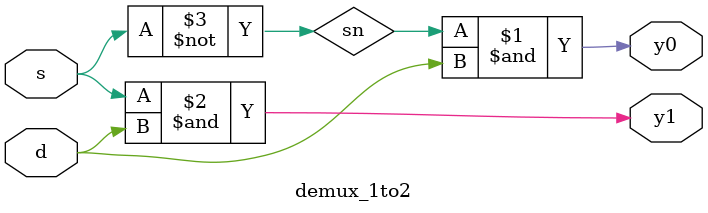
<source format=v>
module demux_1to2 (
    input s,
    input d,
    output y0,
    output y1
);
  not (sn, s);
  and (y0, sn, d);
  and (y1, s, d);
endmodule


</source>
